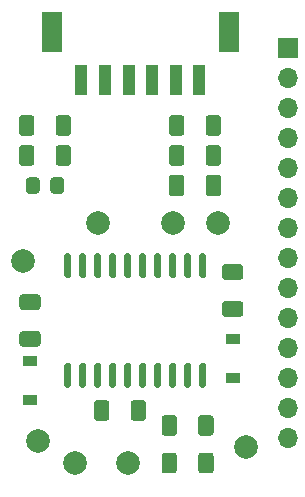
<source format=gbr>
%TF.GenerationSoftware,KiCad,Pcbnew,5.1.10*%
%TF.CreationDate,2021-09-10T11:26:47+02:00*%
%TF.ProjectId,PeltierSwitchingMainBoard_control,50656c74-6965-4725-9377-69746368696e,rev?*%
%TF.SameCoordinates,Original*%
%TF.FileFunction,Soldermask,Top*%
%TF.FilePolarity,Negative*%
%FSLAX46Y46*%
G04 Gerber Fmt 4.6, Leading zero omitted, Abs format (unit mm)*
G04 Created by KiCad (PCBNEW 5.1.10) date 2021-09-10 11:26:47*
%MOMM*%
%LPD*%
G01*
G04 APERTURE LIST*
%ADD10O,1.700000X1.700000*%
%ADD11R,1.700000X1.700000*%
%ADD12R,1.000000X2.500000*%
%ADD13R,1.750000X3.450000*%
%ADD14C,2.000000*%
%ADD15R,1.200000X0.900000*%
G04 APERTURE END LIST*
D10*
%TO.C,J4*%
X86614000Y-77216000D03*
X86614000Y-74676000D03*
X86614000Y-72136000D03*
X86614000Y-69596000D03*
X86614000Y-67056000D03*
X86614000Y-64516000D03*
X86614000Y-61976000D03*
X86614000Y-59436000D03*
X86614000Y-56896000D03*
X86614000Y-54356000D03*
X86614000Y-51816000D03*
X86614000Y-49276000D03*
X86614000Y-46736000D03*
D11*
X86614000Y-44196000D03*
%TD*%
D12*
%TO.C,J3*%
X69105000Y-46910000D03*
X71105000Y-46910000D03*
X73105000Y-46910000D03*
X75105000Y-46910000D03*
X77105000Y-46910000D03*
X79105000Y-46910000D03*
D13*
X81605000Y-42910000D03*
X66605000Y-42910000D03*
%TD*%
%TO.C,U1*%
G36*
G01*
X68095000Y-63685000D02*
X67795000Y-63685000D01*
G75*
G02*
X67645000Y-63535000I0J150000D01*
G01*
X67645000Y-61785000D01*
G75*
G02*
X67795000Y-61635000I150000J0D01*
G01*
X68095000Y-61635000D01*
G75*
G02*
X68245000Y-61785000I0J-150000D01*
G01*
X68245000Y-63535000D01*
G75*
G02*
X68095000Y-63685000I-150000J0D01*
G01*
G37*
G36*
G01*
X69365000Y-63685000D02*
X69065000Y-63685000D01*
G75*
G02*
X68915000Y-63535000I0J150000D01*
G01*
X68915000Y-61785000D01*
G75*
G02*
X69065000Y-61635000I150000J0D01*
G01*
X69365000Y-61635000D01*
G75*
G02*
X69515000Y-61785000I0J-150000D01*
G01*
X69515000Y-63535000D01*
G75*
G02*
X69365000Y-63685000I-150000J0D01*
G01*
G37*
G36*
G01*
X70635000Y-63685000D02*
X70335000Y-63685000D01*
G75*
G02*
X70185000Y-63535000I0J150000D01*
G01*
X70185000Y-61785000D01*
G75*
G02*
X70335000Y-61635000I150000J0D01*
G01*
X70635000Y-61635000D01*
G75*
G02*
X70785000Y-61785000I0J-150000D01*
G01*
X70785000Y-63535000D01*
G75*
G02*
X70635000Y-63685000I-150000J0D01*
G01*
G37*
G36*
G01*
X71905000Y-63685000D02*
X71605000Y-63685000D01*
G75*
G02*
X71455000Y-63535000I0J150000D01*
G01*
X71455000Y-61785000D01*
G75*
G02*
X71605000Y-61635000I150000J0D01*
G01*
X71905000Y-61635000D01*
G75*
G02*
X72055000Y-61785000I0J-150000D01*
G01*
X72055000Y-63535000D01*
G75*
G02*
X71905000Y-63685000I-150000J0D01*
G01*
G37*
G36*
G01*
X73175000Y-63685000D02*
X72875000Y-63685000D01*
G75*
G02*
X72725000Y-63535000I0J150000D01*
G01*
X72725000Y-61785000D01*
G75*
G02*
X72875000Y-61635000I150000J0D01*
G01*
X73175000Y-61635000D01*
G75*
G02*
X73325000Y-61785000I0J-150000D01*
G01*
X73325000Y-63535000D01*
G75*
G02*
X73175000Y-63685000I-150000J0D01*
G01*
G37*
G36*
G01*
X74445000Y-63685000D02*
X74145000Y-63685000D01*
G75*
G02*
X73995000Y-63535000I0J150000D01*
G01*
X73995000Y-61785000D01*
G75*
G02*
X74145000Y-61635000I150000J0D01*
G01*
X74445000Y-61635000D01*
G75*
G02*
X74595000Y-61785000I0J-150000D01*
G01*
X74595000Y-63535000D01*
G75*
G02*
X74445000Y-63685000I-150000J0D01*
G01*
G37*
G36*
G01*
X75715000Y-63685000D02*
X75415000Y-63685000D01*
G75*
G02*
X75265000Y-63535000I0J150000D01*
G01*
X75265000Y-61785000D01*
G75*
G02*
X75415000Y-61635000I150000J0D01*
G01*
X75715000Y-61635000D01*
G75*
G02*
X75865000Y-61785000I0J-150000D01*
G01*
X75865000Y-63535000D01*
G75*
G02*
X75715000Y-63685000I-150000J0D01*
G01*
G37*
G36*
G01*
X76985000Y-63685000D02*
X76685000Y-63685000D01*
G75*
G02*
X76535000Y-63535000I0J150000D01*
G01*
X76535000Y-61785000D01*
G75*
G02*
X76685000Y-61635000I150000J0D01*
G01*
X76985000Y-61635000D01*
G75*
G02*
X77135000Y-61785000I0J-150000D01*
G01*
X77135000Y-63535000D01*
G75*
G02*
X76985000Y-63685000I-150000J0D01*
G01*
G37*
G36*
G01*
X78255000Y-63685000D02*
X77955000Y-63685000D01*
G75*
G02*
X77805000Y-63535000I0J150000D01*
G01*
X77805000Y-61785000D01*
G75*
G02*
X77955000Y-61635000I150000J0D01*
G01*
X78255000Y-61635000D01*
G75*
G02*
X78405000Y-61785000I0J-150000D01*
G01*
X78405000Y-63535000D01*
G75*
G02*
X78255000Y-63685000I-150000J0D01*
G01*
G37*
G36*
G01*
X79525000Y-63685000D02*
X79225000Y-63685000D01*
G75*
G02*
X79075000Y-63535000I0J150000D01*
G01*
X79075000Y-61785000D01*
G75*
G02*
X79225000Y-61635000I150000J0D01*
G01*
X79525000Y-61635000D01*
G75*
G02*
X79675000Y-61785000I0J-150000D01*
G01*
X79675000Y-63535000D01*
G75*
G02*
X79525000Y-63685000I-150000J0D01*
G01*
G37*
G36*
G01*
X79525000Y-72985000D02*
X79225000Y-72985000D01*
G75*
G02*
X79075000Y-72835000I0J150000D01*
G01*
X79075000Y-71085000D01*
G75*
G02*
X79225000Y-70935000I150000J0D01*
G01*
X79525000Y-70935000D01*
G75*
G02*
X79675000Y-71085000I0J-150000D01*
G01*
X79675000Y-72835000D01*
G75*
G02*
X79525000Y-72985000I-150000J0D01*
G01*
G37*
G36*
G01*
X78255000Y-72985000D02*
X77955000Y-72985000D01*
G75*
G02*
X77805000Y-72835000I0J150000D01*
G01*
X77805000Y-71085000D01*
G75*
G02*
X77955000Y-70935000I150000J0D01*
G01*
X78255000Y-70935000D01*
G75*
G02*
X78405000Y-71085000I0J-150000D01*
G01*
X78405000Y-72835000D01*
G75*
G02*
X78255000Y-72985000I-150000J0D01*
G01*
G37*
G36*
G01*
X76985000Y-72985000D02*
X76685000Y-72985000D01*
G75*
G02*
X76535000Y-72835000I0J150000D01*
G01*
X76535000Y-71085000D01*
G75*
G02*
X76685000Y-70935000I150000J0D01*
G01*
X76985000Y-70935000D01*
G75*
G02*
X77135000Y-71085000I0J-150000D01*
G01*
X77135000Y-72835000D01*
G75*
G02*
X76985000Y-72985000I-150000J0D01*
G01*
G37*
G36*
G01*
X75715000Y-72985000D02*
X75415000Y-72985000D01*
G75*
G02*
X75265000Y-72835000I0J150000D01*
G01*
X75265000Y-71085000D01*
G75*
G02*
X75415000Y-70935000I150000J0D01*
G01*
X75715000Y-70935000D01*
G75*
G02*
X75865000Y-71085000I0J-150000D01*
G01*
X75865000Y-72835000D01*
G75*
G02*
X75715000Y-72985000I-150000J0D01*
G01*
G37*
G36*
G01*
X74445000Y-72985000D02*
X74145000Y-72985000D01*
G75*
G02*
X73995000Y-72835000I0J150000D01*
G01*
X73995000Y-71085000D01*
G75*
G02*
X74145000Y-70935000I150000J0D01*
G01*
X74445000Y-70935000D01*
G75*
G02*
X74595000Y-71085000I0J-150000D01*
G01*
X74595000Y-72835000D01*
G75*
G02*
X74445000Y-72985000I-150000J0D01*
G01*
G37*
G36*
G01*
X73175000Y-72985000D02*
X72875000Y-72985000D01*
G75*
G02*
X72725000Y-72835000I0J150000D01*
G01*
X72725000Y-71085000D01*
G75*
G02*
X72875000Y-70935000I150000J0D01*
G01*
X73175000Y-70935000D01*
G75*
G02*
X73325000Y-71085000I0J-150000D01*
G01*
X73325000Y-72835000D01*
G75*
G02*
X73175000Y-72985000I-150000J0D01*
G01*
G37*
G36*
G01*
X71905000Y-72985000D02*
X71605000Y-72985000D01*
G75*
G02*
X71455000Y-72835000I0J150000D01*
G01*
X71455000Y-71085000D01*
G75*
G02*
X71605000Y-70935000I150000J0D01*
G01*
X71905000Y-70935000D01*
G75*
G02*
X72055000Y-71085000I0J-150000D01*
G01*
X72055000Y-72835000D01*
G75*
G02*
X71905000Y-72985000I-150000J0D01*
G01*
G37*
G36*
G01*
X70635000Y-72985000D02*
X70335000Y-72985000D01*
G75*
G02*
X70185000Y-72835000I0J150000D01*
G01*
X70185000Y-71085000D01*
G75*
G02*
X70335000Y-70935000I150000J0D01*
G01*
X70635000Y-70935000D01*
G75*
G02*
X70785000Y-71085000I0J-150000D01*
G01*
X70785000Y-72835000D01*
G75*
G02*
X70635000Y-72985000I-150000J0D01*
G01*
G37*
G36*
G01*
X69365000Y-72985000D02*
X69065000Y-72985000D01*
G75*
G02*
X68915000Y-72835000I0J150000D01*
G01*
X68915000Y-71085000D01*
G75*
G02*
X69065000Y-70935000I150000J0D01*
G01*
X69365000Y-70935000D01*
G75*
G02*
X69515000Y-71085000I0J-150000D01*
G01*
X69515000Y-72835000D01*
G75*
G02*
X69365000Y-72985000I-150000J0D01*
G01*
G37*
G36*
G01*
X68095000Y-72985000D02*
X67795000Y-72985000D01*
G75*
G02*
X67645000Y-72835000I0J150000D01*
G01*
X67645000Y-71085000D01*
G75*
G02*
X67795000Y-70935000I150000J0D01*
G01*
X68095000Y-70935000D01*
G75*
G02*
X68245000Y-71085000I0J-150000D01*
G01*
X68245000Y-72835000D01*
G75*
G02*
X68095000Y-72985000I-150000J0D01*
G01*
G37*
%TD*%
D14*
%TO.C,OUT*%
X73025000Y-79375000D03*
%TD*%
%TO.C,VSense*%
X83058000Y-77978000D03*
%TD*%
%TO.C,BHB*%
X65405000Y-77470000D03*
%TD*%
%TO.C,AHB*%
X68580000Y-79375000D03*
%TD*%
%TO.C,AHO*%
X80645000Y-59055000D03*
%TD*%
%TO.C,ALO*%
X76835000Y-59055000D03*
%TD*%
%TO.C,BLO*%
X70485000Y-59055000D03*
%TD*%
%TO.C,BHO*%
X64135000Y-62230000D03*
%TD*%
%TO.C,R7*%
G36*
G01*
X65140000Y-52714999D02*
X65140000Y-53965001D01*
G75*
G02*
X64890001Y-54215000I-249999J0D01*
G01*
X64089999Y-54215000D01*
G75*
G02*
X63840000Y-53965001I0J249999D01*
G01*
X63840000Y-52714999D01*
G75*
G02*
X64089999Y-52465000I249999J0D01*
G01*
X64890001Y-52465000D01*
G75*
G02*
X65140000Y-52714999I0J-249999D01*
G01*
G37*
G36*
G01*
X68240000Y-52714999D02*
X68240000Y-53965001D01*
G75*
G02*
X67990001Y-54215000I-249999J0D01*
G01*
X67189999Y-54215000D01*
G75*
G02*
X66940000Y-53965001I0J249999D01*
G01*
X66940000Y-52714999D01*
G75*
G02*
X67189999Y-52465000I249999J0D01*
G01*
X67990001Y-52465000D01*
G75*
G02*
X68240000Y-52714999I0J-249999D01*
G01*
G37*
%TD*%
%TO.C,R6*%
G36*
G01*
X79005000Y-76825001D02*
X79005000Y-75574999D01*
G75*
G02*
X79254999Y-75325000I249999J0D01*
G01*
X80055001Y-75325000D01*
G75*
G02*
X80305000Y-75574999I0J-249999D01*
G01*
X80305000Y-76825001D01*
G75*
G02*
X80055001Y-77075000I-249999J0D01*
G01*
X79254999Y-77075000D01*
G75*
G02*
X79005000Y-76825001I0J249999D01*
G01*
G37*
G36*
G01*
X75905000Y-76825001D02*
X75905000Y-75574999D01*
G75*
G02*
X76154999Y-75325000I249999J0D01*
G01*
X76955001Y-75325000D01*
G75*
G02*
X77205000Y-75574999I0J-249999D01*
G01*
X77205000Y-76825001D01*
G75*
G02*
X76955001Y-77075000I-249999J0D01*
G01*
X76154999Y-77075000D01*
G75*
G02*
X75905000Y-76825001I0J249999D01*
G01*
G37*
%TD*%
%TO.C,R5*%
G36*
G01*
X79005000Y-80000001D02*
X79005000Y-78749999D01*
G75*
G02*
X79254999Y-78500000I249999J0D01*
G01*
X80055001Y-78500000D01*
G75*
G02*
X80305000Y-78749999I0J-249999D01*
G01*
X80305000Y-80000001D01*
G75*
G02*
X80055001Y-80250000I-249999J0D01*
G01*
X79254999Y-80250000D01*
G75*
G02*
X79005000Y-80000001I0J249999D01*
G01*
G37*
G36*
G01*
X75905000Y-80000001D02*
X75905000Y-78749999D01*
G75*
G02*
X76154999Y-78500000I249999J0D01*
G01*
X76955001Y-78500000D01*
G75*
G02*
X77205000Y-78749999I0J-249999D01*
G01*
X77205000Y-80000001D01*
G75*
G02*
X76955001Y-80250000I-249999J0D01*
G01*
X76154999Y-80250000D01*
G75*
G02*
X75905000Y-80000001I0J249999D01*
G01*
G37*
%TD*%
%TO.C,R4*%
G36*
G01*
X79640000Y-51425001D02*
X79640000Y-50174999D01*
G75*
G02*
X79889999Y-49925000I249999J0D01*
G01*
X80690001Y-49925000D01*
G75*
G02*
X80940000Y-50174999I0J-249999D01*
G01*
X80940000Y-51425001D01*
G75*
G02*
X80690001Y-51675000I-249999J0D01*
G01*
X79889999Y-51675000D01*
G75*
G02*
X79640000Y-51425001I0J249999D01*
G01*
G37*
G36*
G01*
X76540000Y-51425001D02*
X76540000Y-50174999D01*
G75*
G02*
X76789999Y-49925000I249999J0D01*
G01*
X77590001Y-49925000D01*
G75*
G02*
X77840000Y-50174999I0J-249999D01*
G01*
X77840000Y-51425001D01*
G75*
G02*
X77590001Y-51675000I-249999J0D01*
G01*
X76789999Y-51675000D01*
G75*
G02*
X76540000Y-51425001I0J249999D01*
G01*
G37*
%TD*%
%TO.C,R3*%
G36*
G01*
X65140000Y-50174999D02*
X65140000Y-51425001D01*
G75*
G02*
X64890001Y-51675000I-249999J0D01*
G01*
X64089999Y-51675000D01*
G75*
G02*
X63840000Y-51425001I0J249999D01*
G01*
X63840000Y-50174999D01*
G75*
G02*
X64089999Y-49925000I249999J0D01*
G01*
X64890001Y-49925000D01*
G75*
G02*
X65140000Y-50174999I0J-249999D01*
G01*
G37*
G36*
G01*
X68240000Y-50174999D02*
X68240000Y-51425001D01*
G75*
G02*
X67990001Y-51675000I-249999J0D01*
G01*
X67189999Y-51675000D01*
G75*
G02*
X66940000Y-51425001I0J249999D01*
G01*
X66940000Y-50174999D01*
G75*
G02*
X67189999Y-49925000I249999J0D01*
G01*
X67990001Y-49925000D01*
G75*
G02*
X68240000Y-50174999I0J-249999D01*
G01*
G37*
%TD*%
%TO.C,R2*%
G36*
G01*
X79640000Y-53965001D02*
X79640000Y-52714999D01*
G75*
G02*
X79889999Y-52465000I249999J0D01*
G01*
X80690001Y-52465000D01*
G75*
G02*
X80940000Y-52714999I0J-249999D01*
G01*
X80940000Y-53965001D01*
G75*
G02*
X80690001Y-54215000I-249999J0D01*
G01*
X79889999Y-54215000D01*
G75*
G02*
X79640000Y-53965001I0J249999D01*
G01*
G37*
G36*
G01*
X76540000Y-53965001D02*
X76540000Y-52714999D01*
G75*
G02*
X76789999Y-52465000I249999J0D01*
G01*
X77590001Y-52465000D01*
G75*
G02*
X77840000Y-52714999I0J-249999D01*
G01*
X77840000Y-53965001D01*
G75*
G02*
X77590001Y-54215000I-249999J0D01*
G01*
X76789999Y-54215000D01*
G75*
G02*
X76540000Y-53965001I0J249999D01*
G01*
G37*
%TD*%
%TO.C,R1*%
G36*
G01*
X71490000Y-74304999D02*
X71490000Y-75555001D01*
G75*
G02*
X71240001Y-75805000I-249999J0D01*
G01*
X70439999Y-75805000D01*
G75*
G02*
X70190000Y-75555001I0J249999D01*
G01*
X70190000Y-74304999D01*
G75*
G02*
X70439999Y-74055000I249999J0D01*
G01*
X71240001Y-74055000D01*
G75*
G02*
X71490000Y-74304999I0J-249999D01*
G01*
G37*
G36*
G01*
X74590000Y-74304999D02*
X74590000Y-75555001D01*
G75*
G02*
X74340001Y-75805000I-249999J0D01*
G01*
X73539999Y-75805000D01*
G75*
G02*
X73290000Y-75555001I0J249999D01*
G01*
X73290000Y-74304999D01*
G75*
G02*
X73539999Y-74055000I249999J0D01*
G01*
X74340001Y-74055000D01*
G75*
G02*
X74590000Y-74304999I0J-249999D01*
G01*
G37*
%TD*%
%TO.C,D3*%
G36*
G01*
X65590000Y-55429999D02*
X65590000Y-56330001D01*
G75*
G02*
X65340001Y-56580000I-249999J0D01*
G01*
X64689999Y-56580000D01*
G75*
G02*
X64440000Y-56330001I0J249999D01*
G01*
X64440000Y-55429999D01*
G75*
G02*
X64689999Y-55180000I249999J0D01*
G01*
X65340001Y-55180000D01*
G75*
G02*
X65590000Y-55429999I0J-249999D01*
G01*
G37*
G36*
G01*
X67640000Y-55429999D02*
X67640000Y-56330001D01*
G75*
G02*
X67390001Y-56580000I-249999J0D01*
G01*
X66739999Y-56580000D01*
G75*
G02*
X66490000Y-56330001I0J249999D01*
G01*
X66490000Y-55429999D01*
G75*
G02*
X66739999Y-55180000I249999J0D01*
G01*
X67390001Y-55180000D01*
G75*
G02*
X67640000Y-55429999I0J-249999D01*
G01*
G37*
%TD*%
D15*
%TO.C,D2*%
X64770000Y-74040000D03*
X64770000Y-70740000D03*
%TD*%
%TO.C,D1*%
X81915000Y-68835000D03*
X81915000Y-72135000D03*
%TD*%
%TO.C,C8*%
G36*
G01*
X82565003Y-63870000D02*
X81264997Y-63870000D01*
G75*
G02*
X81015000Y-63620003I0J249997D01*
G01*
X81015000Y-62794997D01*
G75*
G02*
X81264997Y-62545000I249997J0D01*
G01*
X82565003Y-62545000D01*
G75*
G02*
X82815000Y-62794997I0J-249997D01*
G01*
X82815000Y-63620003D01*
G75*
G02*
X82565003Y-63870000I-249997J0D01*
G01*
G37*
G36*
G01*
X82565003Y-66995000D02*
X81264997Y-66995000D01*
G75*
G02*
X81015000Y-66745003I0J249997D01*
G01*
X81015000Y-65919997D01*
G75*
G02*
X81264997Y-65670000I249997J0D01*
G01*
X82565003Y-65670000D01*
G75*
G02*
X82815000Y-65919997I0J-249997D01*
G01*
X82815000Y-66745003D01*
G75*
G02*
X82565003Y-66995000I-249997J0D01*
G01*
G37*
%TD*%
%TO.C,C7*%
G36*
G01*
X65420003Y-66410000D02*
X64119997Y-66410000D01*
G75*
G02*
X63870000Y-66160003I0J249997D01*
G01*
X63870000Y-65334997D01*
G75*
G02*
X64119997Y-65085000I249997J0D01*
G01*
X65420003Y-65085000D01*
G75*
G02*
X65670000Y-65334997I0J-249997D01*
G01*
X65670000Y-66160003D01*
G75*
G02*
X65420003Y-66410000I-249997J0D01*
G01*
G37*
G36*
G01*
X65420003Y-69535000D02*
X64119997Y-69535000D01*
G75*
G02*
X63870000Y-69285003I0J249997D01*
G01*
X63870000Y-68459997D01*
G75*
G02*
X64119997Y-68210000I249997J0D01*
G01*
X65420003Y-68210000D01*
G75*
G02*
X65670000Y-68459997I0J-249997D01*
G01*
X65670000Y-69285003D01*
G75*
G02*
X65420003Y-69535000I-249997J0D01*
G01*
G37*
%TD*%
%TO.C,C6*%
G36*
G01*
X79640000Y-56530003D02*
X79640000Y-55229997D01*
G75*
G02*
X79889997Y-54980000I249997J0D01*
G01*
X80715003Y-54980000D01*
G75*
G02*
X80965000Y-55229997I0J-249997D01*
G01*
X80965000Y-56530003D01*
G75*
G02*
X80715003Y-56780000I-249997J0D01*
G01*
X79889997Y-56780000D01*
G75*
G02*
X79640000Y-56530003I0J249997D01*
G01*
G37*
G36*
G01*
X76515000Y-56530003D02*
X76515000Y-55229997D01*
G75*
G02*
X76764997Y-54980000I249997J0D01*
G01*
X77590003Y-54980000D01*
G75*
G02*
X77840000Y-55229997I0J-249997D01*
G01*
X77840000Y-56530003D01*
G75*
G02*
X77590003Y-56780000I-249997J0D01*
G01*
X76764997Y-56780000D01*
G75*
G02*
X76515000Y-56530003I0J249997D01*
G01*
G37*
%TD*%
M02*

</source>
